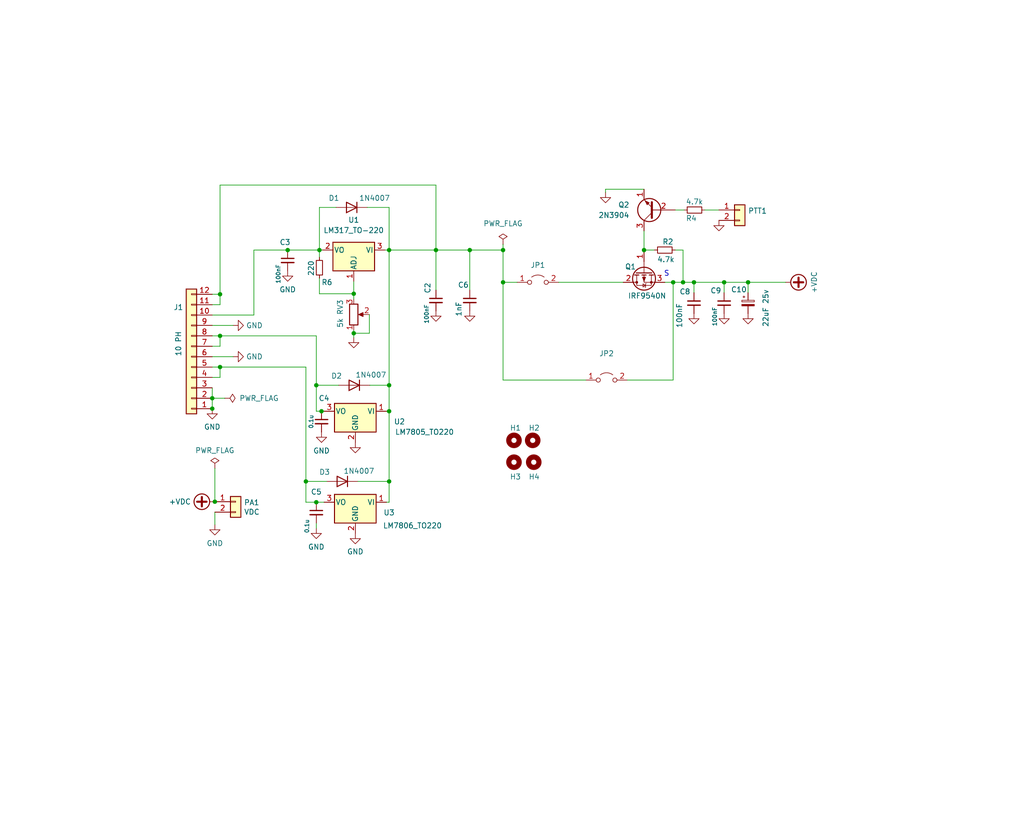
<source format=kicad_sch>
(kicad_sch (version 20211123) (generator eeschema)
  (paper "User" 250.012 200.812)
  (title_block (title "Power Block") (date "2022-03-13") (company "Dhiru Kholia (VU3CER)"))
  (lib_symbols
    (symbol "Connector_Generic:Conn_01x02" (pin_names (offset 1.016) hide)
      (property "Reference" "J" (at 0 2.54 0))
      (property "Value" "Conn_01x02" (at 0 -5.08 0))
      (symbol "Conn_01x02_1_1"
        (rectangle (start -1.27 -2.413) (end 0 -2.667) (stroke (width 0.1524)))
        (rectangle (start -1.27 0.127) (end 0 -0.127) (stroke (width 0.1524)))
        (rectangle (start -1.27 1.27) (end 1.27 -3.81) (stroke (width 0.254)) (fill (type background)))
        (pin passive line (at -5.08 0 0) (length 3.81) (name "Pin_1") (number "1"))
        (pin passive line (at -5.08 -2.54 0) (length 3.81) (name "Pin_2") (number "2"))
      )
    )
    (symbol "Connector_Generic:Conn_01x12" (pin_names (offset 1.016) hide)
      (property "Reference" "J" (at 0 15.24 0))
      (property "Value" "Conn_01x12" (at 0 -17.78 0))
      (symbol "Conn_01x12_1_1"
        (rectangle (start -1.27 -15.113) (end 0 -15.367) (stroke (width 0.1524)))
        (rectangle (start -1.27 -12.573) (end 0 -12.827) (stroke (width 0.1524)))
        (rectangle (start -1.27 -10.033) (end 0 -10.287) (stroke (width 0.1524)))
        (rectangle (start -1.27 -7.493) (end 0 -7.747) (stroke (width 0.1524)))
        (rectangle (start -1.27 -4.953) (end 0 -5.207) (stroke (width 0.1524)))
        (rectangle (start -1.27 -2.413) (end 0 -2.667) (stroke (width 0.1524)))
        (rectangle (start -1.27 0.127) (end 0 -0.127) (stroke (width 0.1524)))
        (rectangle (start -1.27 2.667) (end 0 2.413) (stroke (width 0.1524)))
        (rectangle (start -1.27 5.207) (end 0 4.953) (stroke (width 0.1524)))
        (rectangle (start -1.27 7.747) (end 0 7.493) (stroke (width 0.1524)))
        (rectangle (start -1.27 10.287) (end 0 10.033) (stroke (width 0.1524)))
        (rectangle (start -1.27 12.827) (end 0 12.573) (stroke (width 0.1524)))
        (rectangle (start -1.27 13.97) (end 1.27 -16.51) (stroke (width 0.254)) (fill (type background)))
        (pin passive line (at -5.08 12.7 0) (length 3.81) (name "Pin_1") (number "1"))
        (pin passive line (at -5.08 -10.16 0) (length 3.81) (name "Pin_10") (number "10"))
        (pin passive line (at -5.08 -12.7 0) (length 3.81) (name "Pin_11") (number "11"))
        (pin passive line (at -5.08 -15.24 0) (length 3.81) (name "Pin_12") (number "12"))
        (pin passive line (at -5.08 10.16 0) (length 3.81) (name "Pin_2") (number "2"))
        (pin passive line (at -5.08 7.62 0) (length 3.81) (name "Pin_3") (number "3"))
        (pin passive line (at -5.08 5.08 0) (length 3.81) (name "Pin_4") (number "4"))
        (pin passive line (at -5.08 2.54 0) (length 3.81) (name "Pin_5") (number "5"))
        (pin passive line (at -5.08 0 0) (length 3.81) (name "Pin_6") (number "6"))
        (pin passive line (at -5.08 -2.54 0) (length 3.81) (name "Pin_7") (number "7"))
        (pin passive line (at -5.08 -5.08 0) (length 3.81) (name "Pin_8") (number "8"))
        (pin passive line (at -5.08 -7.62 0) (length 3.81) (name "Pin_9") (number "9"))
      )
    )
    (symbol "Device:C_Polarized_Small" (pin_numbers hide) (pin_names (offset 0.254) hide)
      (property "Reference" "C" (at 0.254 1.778 0))
      (property "Value" "C_Polarized_Small" (at 0.254 -2.032 0))
      (symbol "C_Polarized_Small_0_1"
        (rectangle (start -1.524 -0.3048) (end 1.524 -0.6858) (fill (type outline)))
        (rectangle (start -1.524 0.6858) (end 1.524 0.3048))
        (polyline (pts (xy -1.27 1.524) (xy -0.762 1.524)))
        (polyline (pts (xy -1.016 1.27) (xy -1.016 1.778)))
      )
      (symbol "C_Polarized_Small_1_1"
        (pin passive line (at 0 2.54 270) (length 1.8542) (name "~") (number "1"))
        (pin passive line (at 0 -2.54 90) (length 1.8542) (name "~") (number "2"))
      )
    )
    (symbol "Device:C_Small" (pin_numbers hide) (pin_names (offset 0.254) hide)
      (property "Reference" "C" (at 0.254 1.778 0))
      (property "Value" "C_Small" (at 0.254 -2.032 0))
      (symbol "C_Small_0_1"
        (polyline (pts (xy -1.524 -0.508) (xy 1.524 -0.508)) (stroke (width 0.3302)))
        (polyline (pts (xy -1.524 0.508) (xy 1.524 0.508)) (stroke (width 0.3048)))
      )
      (symbol "C_Small_1_1"
        (pin passive line (at 0 2.54 270) (length 2.032) (name "~") (number "1"))
        (pin passive line (at 0 -2.54 90) (length 2.032) (name "~") (number "2"))
      )
    )
    (symbol "Device:R_Potentiometer" (pin_names (offset 1.016) hide)
      (property "Reference" "RV" (at -4.445 0 90))
      (property "Value" "R_Potentiometer" (at -2.54 0 90))
      (symbol "R_Potentiometer_0_1"
        (polyline (pts (xy 2.54 0) (xy 1.524 0)))
        (polyline (pts (xy 1.143 0) (xy 2.286 0.508) (xy 2.286 -0.508) (xy 1.143 0)) (fill (type outline)))
        (rectangle (start 1.016 2.54) (end -1.016 -2.54) (stroke (width 0.254)))
      )
      (symbol "R_Potentiometer_1_1"
        (pin passive line (at 0 3.81 270) (length 1.27) (name "1") (number "1"))
        (pin passive line (at 3.81 0 180) (length 1.27) (name "2") (number "2"))
        (pin passive line (at 0 -3.81 90) (length 1.27) (name "3") (number "3"))
      )
    )
    (symbol "Device:R_Small" (pin_numbers hide) (pin_names (offset 0.254) hide)
      (property "Reference" "R" (at 0.762 0.508 0))
      (property "Value" "R_Small" (at 0.762 -1.016 0))
      (symbol "R_Small_0_1"
        (rectangle (start -0.762 1.778) (end 0.762 -1.778) (stroke (width 0.2032)))
      )
      (symbol "R_Small_1_1"
        (pin passive line (at 0 2.54 270) (length 0.762) (name "~") (number "1"))
        (pin passive line (at 0 -2.54 90) (length 0.762) (name "~") (number "2"))
      )
    )
    (symbol "Diode:1N4007" (pin_numbers hide) (pin_names (offset 1.016) hide)
      (property "Reference" "D" (at 0 2.54 0))
      (property "Value" "1N4007" (at 0 -2.54 0))
      (symbol "1N4007_0_1"
        (polyline (pts (xy -1.27 1.27) (xy -1.27 -1.27)) (stroke (width 0.254)))
        (polyline (pts (xy 1.27 0) (xy -1.27 0)))
        (polyline (pts (xy 1.27 1.27) (xy 1.27 -1.27) (xy -1.27 0) (xy 1.27 1.27)) (stroke (width 0.254)))
      )
      (symbol "1N4007_1_1"
        (pin passive line (at -3.81 0 0) (length 2.54) (name "K") (number "1"))
        (pin passive line (at 3.81 0 180) (length 2.54) (name "A") (number "2"))
      )
    )
    (symbol "Jumper:Jumper_2_Open" (pin_names (offset 0) hide)
      (property "Reference" "JP" (at 0 2.794 0))
      (property "Value" "Jumper_2_Open" (at 0 -2.286 0))
      (symbol "Jumper_2_Open_0_0"
        (circle (center -2.032 0) (radius 0.508))
        (circle (center 2.032 0) (radius 0.508))
      )
      (symbol "Jumper_2_Open_0_1"
        (arc (start 1.524 1.27) (mid 0 1.778) (end -1.524 1.27))
      )
      (symbol "Jumper_2_Open_1_1"
        (pin passive line (at -5.08 0 0) (length 2.54) (name "A") (number "1"))
        (pin passive line (at 5.08 0 180) (length 2.54) (name "B") (number "2"))
      )
    )
    (symbol "Mechanical:MountingHole" (pin_names (offset 1.016))
      (property "Reference" "H" (at 0 5.08 0))
      (property "Value" "MountingHole" (at 0 3.175 0))
      (symbol "MountingHole_0_1"
        (circle (center 0 0) (radius 1.27) (stroke (width 1.27)))
      )
    )
    (symbol "Regulator_Linear:LM317_TO-220" (pin_names (offset 0.254))
      (property "Reference" "U" (at -3.81 3.175 0))
      (property "Value" "LM317_TO-220" (at 0 3.175 0))
      (symbol "LM317_TO-220_0_1"
        (rectangle (start -5.08 1.905) (end 5.08 -5.08) (stroke (width 0.254)) (fill (type background)))
      )
      (symbol "LM317_TO-220_1_1"
        (pin input line (at 0 -7.62 90) (length 2.54) (name "ADJ") (number "1"))
        (pin power_out line (at 7.62 0 180) (length 2.54) (name "VO") (number "2"))
        (pin power_in line (at -7.62 0 0) (length 2.54) (name "VI") (number "3"))
      )
    )
    (symbol "Regulator_Linear:LM7805_TO220" (pin_names (offset 0.254))
      (property "Reference" "U" (at -3.81 3.175 0))
      (property "Value" "LM7805_TO220" (at 0 3.175 0))
      (symbol "LM7805_TO220_0_1"
        (rectangle (start -5.08 1.905) (end 5.08 -5.08) (stroke (width 0.254)) (fill (type background)))
      )
      (symbol "LM7805_TO220_1_1"
        (pin power_in line (at -7.62 0 0) (length 2.54) (name "VI") (number "1"))
        (pin power_in line (at 0 -7.62 90) (length 2.54) (name "GND") (number "2"))
        (pin power_out line (at 7.62 0 180) (length 2.54) (name "VO") (number "3"))
      )
    )
    (symbol "Regulator_Linear:LM7806_TO220" (pin_names (offset 0.254))
      (property "Reference" "U" (at -3.81 3.175 0))
      (property "Value" "LM7806_TO220" (at 0 3.175 0))
      (symbol "LM7806_TO220_0_1"
        (rectangle (start -5.08 1.905) (end 5.08 -5.08) (stroke (width 0.254)) (fill (type background)))
      )
      (symbol "LM7806_TO220_1_1"
        (pin power_in line (at -7.62 0 0) (length 2.54) (name "VI") (number "1"))
        (pin power_in line (at 0 -7.62 90) (length 2.54) (name "GND") (number "2"))
        (pin power_out line (at 7.62 0 180) (length 2.54) (name "VO") (number "3"))
      )
    )
    (symbol "Transistor_BJT:2N3904" (pin_names (offset 0) hide)
      (property "Reference" "Q" (at 5.08 1.905 0))
      (property "Value" "2N3904" (at 5.08 0 0))
      (symbol "2N3904_0_1"
        (polyline (pts (xy 0.635 0.635) (xy 2.54 2.54)))
        (polyline (pts (xy 0.635 -0.635) (xy 2.54 -2.54) (xy 2.54 -2.54)))
        (polyline (pts (xy 0.635 1.905) (xy 0.635 -1.905) (xy 0.635 -1.905)) (stroke (width 0.508)))
        (polyline (pts (xy 1.27 -1.778) (xy 1.778 -1.27) (xy 2.286 -2.286) (xy 1.27 -1.778) (xy 1.27 -1.778)) (fill (type outline)))
        (circle (center 1.27 0) (radius 2.8194) (stroke (width 0.254)))
      )
      (symbol "2N3904_1_1"
        (pin passive line (at 2.54 -5.08 90) (length 2.54) (name "E") (number "1"))
        (pin passive line (at -5.08 0 0) (length 5.715) (name "B") (number "2"))
        (pin passive line (at 2.54 5.08 270) (length 2.54) (name "C") (number "3"))
      )
    )
    (symbol "Transistor_FET:IRF9540N" (pin_names hide)
      (property "Reference" "Q" (at 5.08 1.905 0))
      (property "Value" "IRF9540N" (at 5.08 0 0))
      (symbol "IRF9540N_0_1"
        (polyline (pts (xy 0.254 0) (xy -2.54 0)))
        (polyline (pts (xy 0.254 1.905) (xy 0.254 -1.905)) (stroke (width 0.254)))
        (polyline (pts (xy 0.762 -1.27) (xy 0.762 -2.286)) (stroke (width 0.254)))
        (polyline (pts (xy 0.762 0.508) (xy 0.762 -0.508)) (stroke (width 0.254)))
        (polyline (pts (xy 0.762 2.286) (xy 0.762 1.27)) (stroke (width 0.254)))
        (polyline (pts (xy 2.54 2.54) (xy 2.54 1.778)))
        (polyline (pts (xy 2.54 -2.54) (xy 2.54 0) (xy 0.762 0)))
        (polyline (pts (xy 0.762 1.778) (xy 3.302 1.778) (xy 3.302 -1.778) (xy 0.762 -1.778)))
        (polyline (pts (xy 2.286 0) (xy 1.27 0.381) (xy 1.27 -0.381) (xy 2.286 0)) (fill (type outline)))
        (polyline (pts (xy 2.794 -0.508) (xy 2.921 -0.381) (xy 3.683 -0.381) (xy 3.81 -0.254)))
        (polyline (pts (xy 3.302 -0.381) (xy 2.921 0.254) (xy 3.683 0.254) (xy 3.302 -0.381)))
        (circle (center 1.651 0) (radius 2.794) (stroke (width 0.254)))
        (circle (center 2.54 -1.778) (radius 0.254) (fill (type outline)))
        (circle (center 2.54 1.778) (radius 0.254) (fill (type outline)))
      )
      (symbol "IRF9540N_1_1"
        (pin input line (at -5.08 0 0) (length 2.54) (name "G") (number "1"))
        (pin passive line (at 2.54 5.08 270) (length 2.54) (name "D") (number "2"))
        (pin passive line (at 2.54 -5.08 90) (length 2.54) (name "S") (number "3"))
      )
    )
    (symbol "power:+VDC" (power) (pin_names (offset 0))
      (property "Value" "+VDC" (at 0 6.35 0))
      (symbol "+VDC_0_1"
        (polyline (pts (xy -1.143 3.175) (xy 1.143 3.175)) (stroke (width 0.508)))
        (polyline (pts (xy 0 0) (xy 0 1.27)))
        (polyline (pts (xy 0 2.032) (xy 0 4.318)) (stroke (width 0.508)))
        (circle (center 0 3.175) (radius 1.905) (stroke (width 0.254)))
      )
      (symbol "+VDC_1_1"
        (pin power_in line (at 0 0 90) (length 0) hide (name "+VDC") (number "1"))
      )
    )
    (symbol "power:GND" (power) (pin_names (offset 0))
      (property "Value" "GND" (at 0 -3.81 0))
      (symbol "GND_0_1"
        (polyline (pts (xy 0 0) (xy 0 -1.27) (xy 1.27 -1.27) (xy 0 -2.54) (xy -1.27 -1.27) (xy 0 -1.27)))
      )
      (symbol "GND_1_1"
        (pin power_in line (at 0 0 270) (length 0) hide (name "GND") (number "1"))
      )
    )
    (symbol "power:PWR_FLAG" (power) (pin_numbers hide) (pin_names (offset 0) hide)
      (property "Value" "PWR_FLAG" (at 0 3.81 0))
      (symbol "PWR_FLAG_0_0"
        (pin power_out line (at 0 0 90) (length 0) (name "pwr") (number "1"))
      )
      (symbol "PWR_FLAG_0_1"
        (polyline (pts (xy 0 0) (xy 0 1.27) (xy -1.016 1.905) (xy 0 2.54) (xy 1.016 1.905) (xy 0 1.27)))
      )
    )
  )
  (junction (at 51.816 97.282))
  (junction (at 78.486 100.457))
  (junction (at 74.676 117.602))
  (junction (at 169.418 68.961))
  (junction (at 94.996 94.107))
  (junction (at 106.426 61.087))
  (junction (at 94.996 61.087))
  (junction (at 176.784 68.961))
  (junction (at 164.338 68.961))
  (junction (at 53.721 89.662))
  (junction (at 53.721 82.042))
  (junction (at 114.681 61.087))
  (junction (at 77.978 61.087))
  (junction (at 52.451 122.555))
  (junction (at 70.231 61.087))
  (junction (at 166.751 68.961))
  (junction (at 94.996 117.602))
  (junction (at 86.36 71.755))
  (junction (at 86.36 81.407))
  (junction (at 122.809 68.961))
  (junction (at 94.996 100.457))
  (junction (at 122.809 61.087))
  (junction (at 77.216 122.682))
  (junction (at 182.626 68.961))
  (junction (at 157.226 61.087))
  (junction (at 77.216 94.107))
  (junction (at 53.721 71.882))
  (junction (at 51.816 99.822))
  (wire (pts (xy 162.306 68.961) (xy 164.338 68.961)))
  (wire (pts (xy 77.978 61.087) (xy 77.978 62.865)))
  (wire (pts (xy 122.809 68.961) (xy 122.809 61.087)))
  (wire (pts (xy 94.996 100.457) (xy 94.361 100.457)))
  (wire (pts (xy 164.846 61.087) (xy 166.751 61.087)))
  (wire (pts (xy 53.721 84.582) (xy 53.721 82.042)))
  (wire (pts (xy 164.338 68.961) (xy 164.338 92.837)))
  (wire (pts (xy 61.976 61.087) (xy 70.231 61.087)))
  (wire (pts (xy 106.426 61.087) (xy 114.681 61.087)))
  (wire (pts (xy 164.846 51.308) (xy 167.005 51.308)))
  (wire (pts (xy 90.17 81.407) (xy 90.17 76.835)))
  (wire (pts (xy 53.721 92.202) (xy 53.721 89.662)))
  (wire (pts (xy 94.996 100.457) (xy 94.996 117.602)))
  (wire (pts (xy 166.751 61.087) (xy 166.751 68.961)))
  (wire (pts (xy 106.426 61.087) (xy 106.426 70.866)))
  (wire (pts (xy 53.721 82.042) (xy 51.816 82.042)))
  (wire (pts (xy 53.721 45.212) (xy 106.426 45.212)))
  (wire (pts (xy 52.451 128.143) (xy 52.451 125.095)))
  (wire (pts (xy 94.996 50.673) (xy 94.996 61.087)))
  (wire (pts (xy 79.121 100.457) (xy 78.486 100.457)))
  (wire (pts (xy 51.816 94.742) (xy 51.816 97.282)))
  (wire (pts (xy 51.816 71.882) (xy 53.721 71.882)))
  (wire (pts (xy 77.216 122.682) (xy 79.121 122.682)))
  (wire (pts (xy 74.676 117.602) (xy 79.756 117.602)))
  (wire (pts (xy 122.809 59.69) (xy 122.809 61.087)))
  (wire (pts (xy 94.996 61.087) (xy 94.996 94.107)))
  (wire (pts (xy 182.626 68.961) (xy 182.626 71.501)))
  (wire (pts (xy 94.996 61.087) (xy 106.426 61.087)))
  (wire (pts (xy 147.828 46.228) (xy 157.226 46.228)))
  (wire (pts (xy 70.231 61.087) (xy 77.978 61.087)))
  (wire (pts (xy 74.676 117.602) (xy 74.676 122.682)))
  (wire (pts (xy 89.662 50.673) (xy 94.996 50.673)))
  (wire (pts (xy 86.36 81.407) (xy 90.17 81.407)))
  (wire (pts (xy 114.681 70.866) (xy 114.681 61.087)))
  (wire (pts (xy 122.809 68.961) (xy 126.238 68.961)))
  (wire (pts (xy 157.226 56.388) (xy 157.226 61.087)))
  (wire (pts (xy 169.418 71.501) (xy 169.418 68.961)))
  (wire (pts (xy 94.996 122.682) (xy 94.361 122.682)))
  (wire (pts (xy 51.816 92.202) (xy 53.721 92.202)))
  (wire (pts (xy 94.996 94.107) (xy 94.996 100.457)))
  (wire (pts (xy 61.976 76.962) (xy 61.976 61.087)))
  (wire (pts (xy 166.751 68.961) (xy 169.418 68.961)))
  (wire (pts (xy 53.721 82.042) (xy 77.216 82.042)))
  (wire (pts (xy 77.978 61.087) (xy 78.74 61.087)))
  (wire (pts (xy 176.784 68.961) (xy 182.626 68.961)))
  (wire (pts (xy 51.816 89.662) (xy 53.721 89.662)))
  (wire (pts (xy 51.816 76.962) (xy 61.976 76.962)))
  (wire (pts (xy 53.721 71.882) (xy 53.721 45.212)))
  (wire (pts (xy 122.809 68.961) (xy 122.809 92.837)))
  (wire (pts (xy 122.809 92.837) (xy 143.002 92.837)))
  (wire (pts (xy 164.338 68.961) (xy 166.751 68.961)))
  (wire (pts (xy 74.676 122.682) (xy 77.216 122.682)))
  (wire (pts (xy 51.816 97.282) (xy 54.864 97.282)))
  (wire (pts (xy 51.816 87.122) (xy 56.896 87.122)))
  (wire (pts (xy 153.162 92.837) (xy 164.338 92.837)))
  (wire (pts (xy 147.828 46.99) (xy 147.828 46.228)))
  (wire (pts (xy 77.978 50.673) (xy 77.978 61.087)))
  (wire (pts (xy 191.77 68.961) (xy 182.626 68.961)))
  (wire (pts (xy 53.721 74.422) (xy 51.816 74.422)))
  (wire (pts (xy 157.226 61.087) (xy 159.766 61.087)))
  (wire (pts (xy 86.36 68.707) (xy 86.36 71.755)))
  (wire (pts (xy 52.451 114.427) (xy 52.451 122.555)))
  (wire (pts (xy 51.816 97.282) (xy 51.816 99.822)))
  (wire (pts (xy 77.978 50.673) (xy 82.042 50.673)))
  (wire (pts (xy 86.36 71.755) (xy 86.36 73.025)))
  (wire (pts (xy 87.376 117.602) (xy 94.996 117.602)))
  (wire (pts (xy 77.216 100.457) (xy 77.216 94.107)))
  (wire (pts (xy 86.36 82.423) (xy 86.36 81.407)))
  (wire (pts (xy 77.978 67.945) (xy 77.978 71.755)))
  (wire (pts (xy 93.98 61.087) (xy 94.996 61.087)))
  (wire (pts (xy 77.216 127.762) (xy 77.216 129.032)))
  (wire (pts (xy 74.676 89.662) (xy 74.676 117.602)))
  (wire (pts (xy 53.721 71.882) (xy 53.721 74.422)))
  (wire (pts (xy 136.398 68.961) (xy 152.146 68.961)))
  (wire (pts (xy 169.418 68.961) (xy 176.784 68.961)))
  (wire (pts (xy 94.996 117.602) (xy 94.996 122.682)))
  (wire (pts (xy 53.721 89.662) (xy 74.676 89.662)))
  (wire (pts (xy 90.297 94.107) (xy 94.996 94.107)))
  (wire (pts (xy 114.681 61.087) (xy 122.809 61.087)))
  (wire (pts (xy 172.085 51.308) (xy 175.514 51.308)))
  (wire (pts (xy 106.426 61.087) (xy 106.426 45.212)))
  (wire (pts (xy 51.816 79.502) (xy 56.896 79.502)))
  (wire (pts (xy 77.216 82.042) (xy 77.216 94.107)))
  (wire (pts (xy 51.816 84.582) (xy 53.721 84.582)))
  (wire (pts (xy 86.36 81.407) (xy 86.36 80.645)))
  (wire (pts (xy 77.216 94.107) (xy 82.677 94.107)))
  (wire (pts (xy 157.226 61.341) (xy 157.226 61.087)))
  (wire (pts (xy 176.784 68.961) (xy 176.784 71.501)))
  (wire (pts (xy 78.486 100.457) (xy 77.216 100.457)))
  (wire (pts (xy 77.978 71.755) (xy 86.36 71.755)))
  (text "S" (at 162.052 67.691 0) (effects (font (size 1.27 1.27)) (justify left bottom)))
  (symbol (lib_id "Diode:1N4007") (at 85.852 50.673 180) (unit 1)
    (property "Reference" "D1" (at 81.534 48.387 0))
    (property "Value" "1N4007" (at 91.44 48.387 0))
    (property "Footprint" "Diode_SMD:D_SMA_Handsoldering" (effects hide))
    (property "Datasheet" "http://www.vishay.com/docs/88503/1n4001.pdf" (effects hide))
  )
  (symbol (lib_id "Device:C_Small") (at 106.426 73.406 0) (unit 1)
    (property "Reference" "C2" (at 104.394 70.358 90))
    (property "Value" "100nF" (at 104.14 76.708 90) (effects (font (size 0.9906 0.9906))))
    (property "Footprint" "Capacitor_SMD:C_1206_3216Metric_Pad1.33x1.80mm_HandSolder" (effects hide))
  )
  (symbol (lib_id "Jumper:Jumper_2_Open") (at 131.318 68.961 0) (unit 1)
    (property "Reference" "JP1" (at 131.318 64.77 0))
    (property "Value" "Jumper_2_Open" (effects hide))
    (property "Footprint" "Connector_PinHeader_2.54mm:PinHeader_1x02_P2.54mm_Vertical" (effects hide))
  )
  (symbol (lib_id "Mechanical:MountingHole") (at 130.302 112.903 0) (unit 1)
    (property "Reference" "H4" (at 129.032 116.459 0) (effects (justify left)))
    (property "Value" "MountingHole" (effects hide))
    (property "Footprint" "MountingHole:MountingHole_2.2mm_M2" (effects hide))
  )
  (symbol (lib_id "power:GND") (at 70.231 66.167 0) (unit 1)
    (property "Reference" "#PWR04" (effects hide))
    (property "Value" "GND" (at 70.231 70.739 0))
  )
  (symbol (lib_id "Device:C_Small") (at 78.486 102.997 0) (unit 1)
    (property "Reference" "C4" (at 79.121 97.282 0))
    (property "Value" "0.1u" (at 75.946 102.997 90) (effects (font (size 0.9906 0.9906))))
    (property "Footprint" "Capacitor_SMD:C_1206_3216Metric_Pad1.33x1.80mm_HandSolder" (effects hide))
  )
  (symbol (lib_id "power:PWR_FLAG") (at 54.864 97.282 270) (unit 1)
    (property "Reference" "#FLG0102" (effects hide))
    (property "Value" "PWR_FLAG" (at 58.42 97.2819 90) (effects (justify left)))
  )
  (symbol (lib_id "Jumper:Jumper_2_Open") (at 148.082 92.837 0) (unit 1)
    (property "Reference" "JP2" (at 148.082 86.36 0))
    (property "Value" "Jumper_2_Open" (effects hide))
    (property "Footprint" "Connector_PinHeader_2.54mm:PinHeader_1x02_P2.54mm_Vertical" (effects hide))
  )
  (symbol (lib_id "Diode:1N4007") (at 83.566 117.602 180) (unit 1)
    (property "Reference" "D3" (at 79.248 115.316 0))
    (property "Value" "1N4007" (at 87.63 115.062 0))
    (property "Footprint" "Diode_SMD:D_SMA_Handsoldering" (effects hide))
    (property "Datasheet" "http://www.vishay.com/docs/88503/1n4001.pdf" (effects hide))
  )
  (symbol (lib_id "Transistor_FET:IRF9540N") (at 157.226 66.421 90) (mirror x) (unit 1)
    (property "Reference" "Q1" (at 153.924 65.151 90))
    (property "Value" "IRF9540N" (at 157.988 72.263 90))
    (property "Footprint" "Package_TO_SOT_THT:TO-220-3_Vertical" (effects hide))
    (property "Datasheet" "http://www.irf.com/product-info/datasheets/data/irf9540n.pdf" (effects hide))
  )
  (symbol (lib_id "power:GND") (at 86.36 82.423 0) (unit 1)
    (property "Reference" "#PWR0117" (effects hide))
    (property "Value" "GND" (effects hide))
  )
  (symbol (lib_id "Device:C_Small") (at 169.418 74.041 0) (unit 1)
    (property "Reference" "C8" (at 165.862 71.247 0) (effects (justify left)))
    (property "Value" "100nF" (at 165.862 80.137 90) (effects (justify left)))
    (property "Footprint" "Capacitor_SMD:C_1206_3216Metric_Pad1.33x1.80mm_HandSolder" (effects hide))
  )
  (symbol (lib_id "power:GND") (at 169.418 76.581 0) (unit 1)
    (property "Reference" "#PWR013" (effects hide))
    (property "Value" "GND" (effects hide))
  )
  (symbol (lib_id "Transistor_BJT:2N3904") (at 159.766 51.308 180) (unit 1)
    (property "Reference" "Q2" (at 153.67 50.0379 0) (effects (justify left)))
    (property "Value" "2N3904" (at 153.67 52.5779 0) (effects (justify left)))
    (property "Footprint" "Connector_PinSocket_2.54mm:PinSocket_1x03_P2.54mm_Vertical" (effects hide))
    (property "Datasheet" "https://www.onsemi.com/pub/Collateral/2N3903-D.PDF" (effects hide))
  )
  (symbol (lib_id "Connector_Generic:Conn_01x02") (at 180.594 51.308 0) (unit 1)
    (property "Reference" "PTT1" (at 182.626 51.5112 0) (effects (justify left)))
    (property "Value" "PTT" (effects hide))
    (property "Footprint" "Connector_PinHeader_2.54mm:PinHeader_1x02_P2.54mm_Vertical" (effects hide))
  )
  (symbol (lib_id "power:GND") (at 182.626 76.581 0) (unit 1)
    (property "Reference" "#PWR016" (effects hide))
    (property "Value" "GND" (effects hide))
  )
  (symbol (lib_id "Device:C_Polarized_Small") (at 182.626 74.041 0) (unit 1)
    (property "Reference" "C10" (at 178.435 70.739 0) (effects (justify left)))
    (property "Value" "22uF 25v" (at 186.944 79.883 90) (effects (justify left)))
    (property "Footprint" "Capacitor_THT:CP_Radial_D5.0mm_P2.50mm" (effects hide))
  )
  (symbol (lib_id "Device:C_Small") (at 114.681 73.406 0) (unit 1)
    (property "Reference" "C6" (at 111.76 69.596 0) (effects (justify left)))
    (property "Value" "1nF" (at 112.014 77.343 90) (effects (justify left)))
    (property "Footprint" "Capacitor_SMD:C_1206_3216Metric_Pad1.33x1.80mm_HandSolder" (effects hide))
  )
  (symbol (lib_id "power:GND") (at 56.896 79.502 90) (unit 1)
    (property "Reference" "#PWR0102" (effects hide))
    (property "Value" "GND" (at 60.071 79.5019 90) (effects (justify right)))
  )
  (symbol (lib_id "Device:R_Small") (at 169.545 51.308 90) (unit 1)
    (property "Reference" "R4" (at 168.783 53.34 90))
    (property "Value" "4.7k" (at 169.545 49.276 90))
    (property "Footprint" "Resistor_SMD:R_1206_3216Metric_Pad1.30x1.75mm_HandSolder" (effects hide))
  )
  (symbol (lib_id "power:PWR_FLAG") (at 52.451 114.427 0) (unit 1)
    (property "Reference" "#FLG01" (effects hide))
    (property "Value" "PWR_FLAG" (at 52.451 110.0328 0))
  )
  (symbol (lib_id "power:GND") (at 114.681 75.946 0) (unit 1)
    (property "Reference" "#PWR09" (effects hide))
    (property "Value" "GND" (effects hide))
  )
  (symbol (lib_id "Mechanical:MountingHole") (at 125.476 112.903 0) (unit 1)
    (property "Reference" "H3" (at 124.46 116.459 0) (effects (justify left)))
    (property "Value" "MountingHole" (effects hide))
    (property "Footprint" "MountingHole:MountingHole_2.2mm_M2" (effects hide))
  )
  (symbol (lib_id "power:GND") (at 86.741 108.077 0) (unit 1)
    (property "Reference" "#PWR01" (effects hide))
    (property "Value" "GND" (effects hide))
  )
  (symbol (lib_id "power:GND") (at 52.451 128.143 0) (unit 1)
    (property "Reference" "#PWR08" (effects hide))
    (property "Value" "GND" (at 52.451 132.715 0))
  )
  (symbol (lib_id "power:GND") (at 77.216 129.032 0) (unit 1)
    (property "Reference" "#PWR06" (effects hide))
    (property "Value" "GND" (at 77.216 133.604 0))
  )
  (symbol (lib_id "power:+VDC") (at 52.451 122.555 90) (unit 1)
    (property "Reference" "#PWR07" (effects hide))
    (property "Value" "+VDC" (at 46.6344 122.555 90) (effects (justify left)))
  )
  (symbol (lib_id "Device:R_Small") (at 77.978 65.405 0) (unit 1)
    (property "Reference" "R6" (at 78.486 68.961 0) (effects (justify left)))
    (property "Value" "220" (at 75.946 67.437 90) (effects (justify left)))
    (property "Footprint" "Resistor_SMD:R_1206_3216Metric_Pad1.30x1.75mm_HandSolder" (effects hide))
  )
  (symbol (lib_id "Device:R_Small") (at 162.306 61.087 90) (unit 1)
    (property "Reference" "R2" (at 163.068 59.055 90))
    (property "Value" "4.7k" (at 162.56 63.373 90))
    (property "Footprint" "Resistor_SMD:R_1206_3216Metric_Pad1.30x1.75mm_HandSolder" (effects hide))
  )
  (symbol (lib_id "Device:C_Small") (at 176.784 74.041 0) (unit 1)
    (property "Reference" "C9" (at 174.752 70.993 0))
    (property "Value" "100nF" (at 174.498 77.343 90) (effects (font (size 0.9906 0.9906))))
    (property "Footprint" "Capacitor_SMD:C_1206_3216Metric_Pad1.33x1.80mm_HandSolder" (effects hide))
  )
  (symbol (lib_id "Mechanical:MountingHole") (at 130.048 107.569 0) (unit 1)
    (property "Reference" "H2" (at 129.032 104.521 0) (effects (justify left)))
    (property "Value" "MountingHole" (effects hide))
    (property "Footprint" "MountingHole:MountingHole_2.2mm_M2" (effects hide))
  )
  (symbol (lib_id "power:PWR_FLAG") (at 122.809 59.69 0) (unit 1)
    (property "Reference" "#FLG0101" (effects hide))
    (property "Value" "PWR_FLAG" (at 122.809 54.61 0))
  )
  (symbol (lib_id "power:GND") (at 78.486 105.537 0) (unit 1)
    (property "Reference" "#PWR05" (effects hide))
    (property "Value" "GND" (at 78.486 110.109 0))
  )
  (symbol (lib_id "power:GND") (at 176.784 76.581 0) (unit 1)
    (property "Reference" "#PWR015" (effects hide))
    (property "Value" "GND" (effects hide))
  )
  (symbol (lib_id "power:GND") (at 175.514 53.848 0) (unit 1)
    (property "Reference" "#PWR014" (effects hide))
    (property "Value" "GND" (effects hide))
  )
  (symbol (lib_id "Device:R_Potentiometer") (at 86.36 76.835 0) (mirror x) (unit 1)
    (property "Reference" "RV3" (at 83.058 75.057 90))
    (property "Value" "5k" (at 83.058 78.867 90))
    (property "Footprint" "Potentiometer_THT:Potentiometer_Runtron_RM-065_Vertical" (effects hide))
  )
  (symbol (lib_id "power:GND") (at 86.741 130.302 0) (unit 1)
    (property "Reference" "#PWR02" (effects hide))
    (property "Value" "GND" (at 86.741 134.747 0))
  )
  (symbol (lib_id "Device:C_Small") (at 70.231 63.627 0) (unit 1)
    (property "Reference" "C3" (at 69.596 59.182 0))
    (property "Value" "100nF" (at 67.945 66.929 90) (effects (font (size 0.9906 0.9906))))
    (property "Footprint" "Capacitor_SMD:C_1206_3216Metric_Pad1.33x1.80mm_HandSolder" (effects hide))
  )
  (symbol (lib_id "Device:C_Small") (at 77.216 125.222 0) (unit 1)
    (property "Reference" "C5" (at 77.216 120.142 0))
    (property "Value" "0.1u" (at 74.93 128.524 90) (effects (font (size 0.9906 0.9906))))
    (property "Footprint" "Capacitor_SMD:C_1206_3216Metric_Pad1.33x1.80mm_HandSolder" (effects hide))
  )
  (symbol (lib_id "Regulator_Linear:LM7805_TO220") (at 86.741 100.457 0) (mirror y) (unit 1)
    (property "Reference" "U2" (at 97.536 102.997 0))
    (property "Value" "LM7805_TO220" (at 110.871 105.537 0) (effects (justify left)))
    (property "Footprint" "Package_TO_SOT_THT:TO-220-3_Vertical" (effects hide))
    (property "Datasheet" "https://www.onsemi.cn/PowerSolutions/document/MC7800-D.PDF" (effects hide))
  )
  (symbol (lib_id "Mechanical:MountingHole") (at 125.476 107.569 0) (unit 1)
    (property "Reference" "H1" (at 124.46 104.521 0) (effects (justify left)))
    (property "Value" "MountingHole" (effects hide))
    (property "Footprint" "MountingHole:MountingHole_2.2mm_M2" (effects hide))
  )
  (symbol (lib_id "power:GND") (at 56.896 87.122 90) (unit 1)
    (property "Reference" "#PWR0101" (effects hide))
    (property "Value" "GND" (at 60.071 87.1219 90) (effects (justify right)))
  )
  (symbol (lib_id "Connector_Generic:Conn_01x12") (at 46.736 87.122 180) (unit 1)
    (property "Reference" "J1" (at 43.561 75.057 0))
    (property "Value" "10 PH" (at 43.561 83.947 90))
    (property "Footprint" "Connector_PinHeader_2.54mm:PinHeader_1x12_P2.54mm_Vertical" (effects hide))
  )
  (symbol (lib_id "power:GND") (at 51.816 99.822 0) (unit 1)
    (property "Reference" "#PWR03" (effects hide))
    (property "Value" "GND" (at 51.816 104.267 0))
  )
  (symbol (lib_id "power:GND") (at 147.828 46.99 0) (unit 1)
    (property "Reference" "#PWR010" (effects hide))
    (property "Value" "GND" (effects hide))
  )
  (symbol (lib_id "power:GND") (at 106.426 75.946 0) (unit 1)
    (property "Reference" "#PWR0105" (effects hide))
    (property "Value" "GND" (effects hide))
  )
  (symbol (lib_id "Regulator_Linear:LM317_TO-220") (at 86.36 61.087 0) (mirror y) (unit 1)
    (property "Reference" "U1" (at 86.36 53.721 0))
    (property "Value" "LM317_TO-220" (at 86.36 56.261 0))
    (property "Footprint" "Package_TO_SOT_THT:TO-220-3_Vertical" (effects hide))
    (property "Datasheet" "http://www.ti.com/lit/ds/symlink/lm317.pdf" (effects hide))
  )
  (symbol (lib_id "power:+VDC") (at 191.77 68.961 270) (unit 1)
    (property "Reference" "#PWR017" (effects hide))
    (property "Value" "+VDC" (at 198.755 68.961 0))
  )
  (symbol (lib_id "Regulator_Linear:LM7806_TO220") (at 86.741 122.682 0) (mirror y) (unit 1)
    (property "Reference" "U3" (at 94.996 125.222 0))
    (property "Value" "LM7806_TO220" (at 100.711 128.397 0))
    (property "Footprint" "Package_TO_SOT_THT:TO-220-3_Vertical" (effects hide))
    (property "Datasheet" "https://www.onsemi.cn/PowerSolutions/document/MC7800-D.PDF" (effects hide))
  )
  (symbol (lib_id "Connector_Generic:Conn_01x02") (at 57.531 122.555 0) (unit 1)
    (property "Reference" "PA1" (at 59.563 122.7582 0) (effects (justify left)))
    (property "Value" "VDC" (at 59.563 125.0696 0) (effects (justify left)))
    (property "Footprint" "Connector_PinHeader_2.54mm:PinHeader_1x02_P2.54mm_Vertical" (effects hide))
  )
  (symbol (lib_id "Diode:1N4007") (at 86.487 94.107 180) (unit 1)
    (property "Reference" "D2" (at 82.169 91.821 0))
    (property "Value" "1N4007" (at 90.551 91.567 0))
    (property "Footprint" "Diode_SMD:D_SMA_Handsoldering" (effects hide))
    (property "Datasheet" "http://www.vishay.com/docs/88503/1n4001.pdf" (effects hide))
  )
)
</source>
